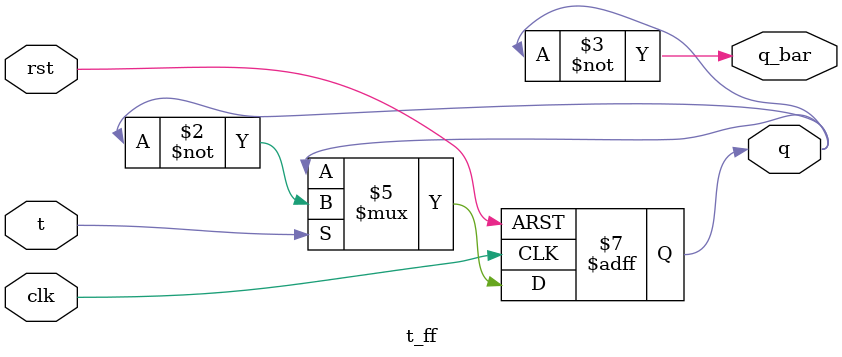
<source format=v>
module t_ff(
input clk,rst,t,
output reg q,
output q_bar);
always@(posedge clk or posedge rst)begin
if(rst)
q<=1'b0;
else if(t)
q<=~q;
else
q<=q;
end
assign q_bar=~q;
endmodule

</source>
